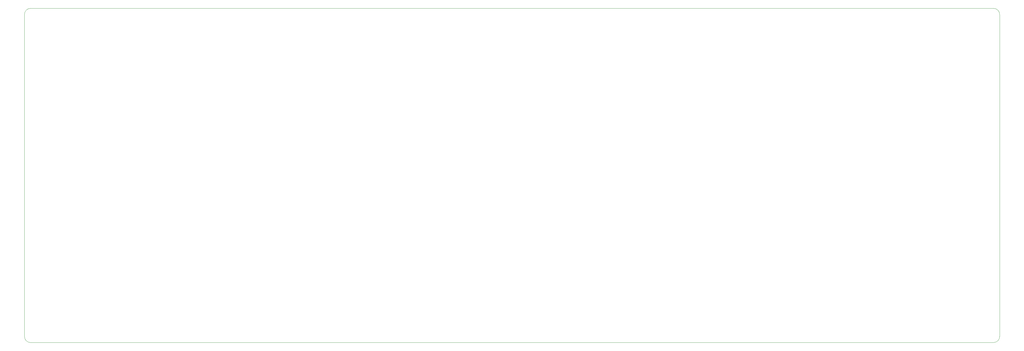
<source format=gbr>
G04 #@! TF.GenerationSoftware,KiCad,Pcbnew,(5.1.5)-3*
G04 #@! TF.CreationDate,2020-04-14T21:23:01-05:00*
G04 #@! TF.ProjectId,Without Led and Usb-c,57697468-6f75-4742-904c-656420616e64,rev?*
G04 #@! TF.SameCoordinates,Original*
G04 #@! TF.FileFunction,Profile,NP*
%FSLAX46Y46*%
G04 Gerber Fmt 4.6, Leading zero omitted, Abs format (unit mm)*
G04 Created by KiCad (PCBNEW (5.1.5)-3) date 2020-04-14 21:23:01*
%MOMM*%
%LPD*%
G04 APERTURE LIST*
%ADD10C,0.050000*%
G04 APERTURE END LIST*
D10*
X9820000Y-147280000D02*
X9819976Y-41880000D01*
X326720000Y-39879976D02*
G75*
G02X328720024Y-41880000I0J-2000024D01*
G01*
X328720000Y-147280000D02*
G75*
G02X326720000Y-149280000I-2000000J0D01*
G01*
X11820000Y-149280000D02*
G75*
G02X9820000Y-147280000I0J2000000D01*
G01*
X9819976Y-41880000D02*
G75*
G02X11820000Y-39879976I2000024J0D01*
G01*
X11820000Y-39879976D02*
X15820000Y-39880000D01*
X326720000Y-149280000D02*
X11820000Y-149280000D01*
X328720024Y-41880000D02*
X328720000Y-147280000D01*
X15820000Y-39880000D02*
X326720000Y-39879976D01*
M02*

</source>
